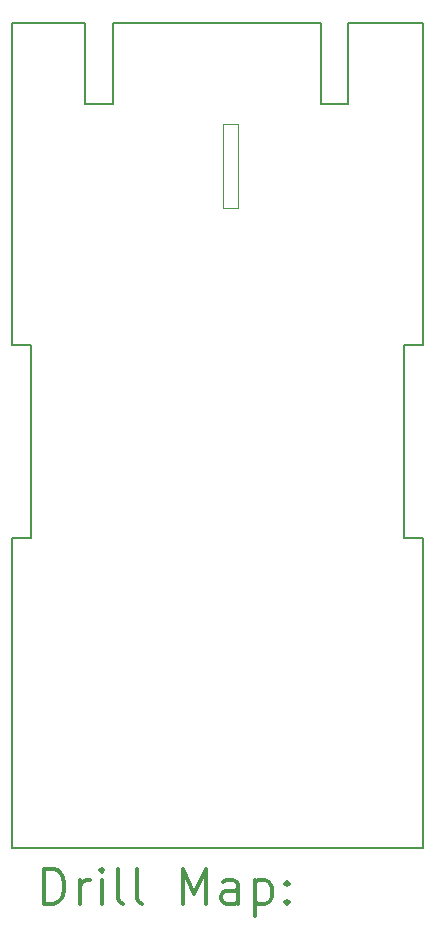
<source format=gbr>
%FSLAX45Y45*%
G04 Gerber Fmt 4.5, Leading zero omitted, Abs format (unit mm)*
G04 Created by KiCad (PCBNEW (5.1.10)-1) date 2021-10-24 00:59:11*
%MOMM*%
%LPD*%
G01*
G04 APERTURE LIST*
%TA.AperFunction,Profile*%
%ADD10C,0.100000*%
%TD*%
%TA.AperFunction,Profile*%
%ADD11C,0.200000*%
%TD*%
%ADD12C,0.200000*%
%ADD13C,0.300000*%
G04 APERTURE END LIST*
D10*
X14706600Y-6527800D02*
X14706600Y-7239000D01*
X14579600Y-6527800D02*
X14706600Y-6527800D01*
X14579600Y-7239000D02*
X14579600Y-6527800D01*
X14706600Y-7239000D02*
X14579600Y-7239000D01*
D11*
X13412400Y-5679440D02*
X13412400Y-6358640D01*
X12786360Y-8403640D02*
X12786360Y-5678640D01*
X12786360Y-5678640D02*
X13412400Y-5679440D01*
X13412400Y-6358640D02*
X13646400Y-6358640D01*
X15638780Y-5679440D02*
X16267400Y-5679440D01*
X15407640Y-5679440D02*
X15407640Y-6357620D01*
X15407640Y-6357620D02*
X15638780Y-6357620D01*
X15638780Y-6357620D02*
X15638780Y-5679440D01*
X12947400Y-10033680D02*
X12947400Y-8403640D01*
X12947400Y-8403640D02*
X12786360Y-8403640D01*
X13646400Y-5679440D02*
X15407640Y-5679440D01*
X12788900Y-10033680D02*
X12947400Y-10033680D01*
X13646400Y-6358640D02*
X13646400Y-5679440D01*
X16107400Y-10033680D02*
X16266160Y-10033680D01*
X16107400Y-8403640D02*
X16107400Y-10033680D01*
X16267400Y-12659360D02*
X12788900Y-12659360D01*
X12788900Y-12659360D02*
X12788900Y-10033680D01*
X16266160Y-8403640D02*
X16107400Y-8403640D01*
X16267400Y-5679440D02*
X16266160Y-8403640D01*
X16266160Y-10033680D02*
X16267400Y-12659360D01*
D12*
D13*
X13062788Y-13135074D02*
X13062788Y-12835074D01*
X13134217Y-12835074D01*
X13177074Y-12849360D01*
X13205646Y-12877931D01*
X13219931Y-12906503D01*
X13234217Y-12963646D01*
X13234217Y-13006503D01*
X13219931Y-13063646D01*
X13205646Y-13092217D01*
X13177074Y-13120789D01*
X13134217Y-13135074D01*
X13062788Y-13135074D01*
X13362788Y-13135074D02*
X13362788Y-12935074D01*
X13362788Y-12992217D02*
X13377074Y-12963646D01*
X13391360Y-12949360D01*
X13419931Y-12935074D01*
X13448503Y-12935074D01*
X13548503Y-13135074D02*
X13548503Y-12935074D01*
X13548503Y-12835074D02*
X13534217Y-12849360D01*
X13548503Y-12863646D01*
X13562788Y-12849360D01*
X13548503Y-12835074D01*
X13548503Y-12863646D01*
X13734217Y-13135074D02*
X13705646Y-13120789D01*
X13691360Y-13092217D01*
X13691360Y-12835074D01*
X13891360Y-13135074D02*
X13862788Y-13120789D01*
X13848503Y-13092217D01*
X13848503Y-12835074D01*
X14234217Y-13135074D02*
X14234217Y-12835074D01*
X14334217Y-13049360D01*
X14434217Y-12835074D01*
X14434217Y-13135074D01*
X14705646Y-13135074D02*
X14705646Y-12977931D01*
X14691360Y-12949360D01*
X14662788Y-12935074D01*
X14605646Y-12935074D01*
X14577074Y-12949360D01*
X14705646Y-13120789D02*
X14677074Y-13135074D01*
X14605646Y-13135074D01*
X14577074Y-13120789D01*
X14562788Y-13092217D01*
X14562788Y-13063646D01*
X14577074Y-13035074D01*
X14605646Y-13020789D01*
X14677074Y-13020789D01*
X14705646Y-13006503D01*
X14848503Y-12935074D02*
X14848503Y-13235074D01*
X14848503Y-12949360D02*
X14877074Y-12935074D01*
X14934217Y-12935074D01*
X14962788Y-12949360D01*
X14977074Y-12963646D01*
X14991360Y-12992217D01*
X14991360Y-13077931D01*
X14977074Y-13106503D01*
X14962788Y-13120789D01*
X14934217Y-13135074D01*
X14877074Y-13135074D01*
X14848503Y-13120789D01*
X15119931Y-13106503D02*
X15134217Y-13120789D01*
X15119931Y-13135074D01*
X15105646Y-13120789D01*
X15119931Y-13106503D01*
X15119931Y-13135074D01*
X15119931Y-12949360D02*
X15134217Y-12963646D01*
X15119931Y-12977931D01*
X15105646Y-12963646D01*
X15119931Y-12949360D01*
X15119931Y-12977931D01*
M02*

</source>
